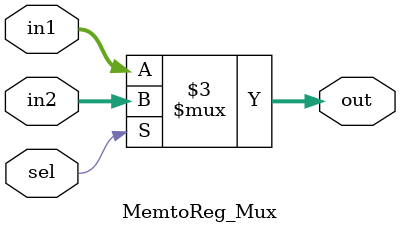
<source format=v>

module MemtoReg_Mux(in1, in2, out, sel);

input [31:0] in1,in2;
input sel;
output reg [31:0] out;

always @(sel,in1,in2)

begin
if(sel)
	out <=	in2; 
else
	out <=	in1;
end
endmodule

</source>
